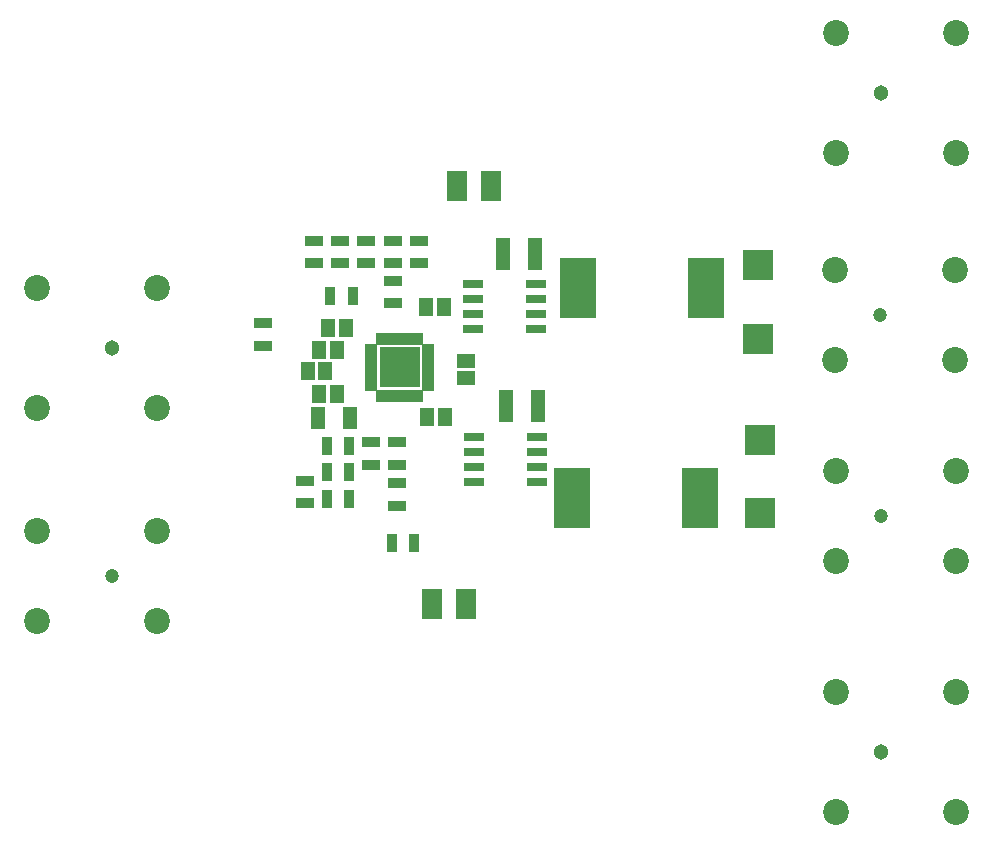
<source format=gts>
G04*
G04 #@! TF.GenerationSoftware,Altium Limited,Altium Designer,19.0.15 (446)*
G04*
G04 Layer_Color=8388736*
%FSLAX25Y25*%
%MOIN*%
G70*
G01*
G75*
%ADD27R,0.13780X0.13780*%
%ADD28R,0.02047X0.04409*%
%ADD29R,0.04409X0.02047*%
%ADD30R,0.06706X0.03162*%
%ADD31R,0.12020X0.20288*%
%ADD32R,0.10446X0.10052*%
%ADD33R,0.03556X0.05918*%
%ADD34R,0.05918X0.03556*%
%ADD35R,0.05131X0.06312*%
%ADD36R,0.05131X0.11036*%
%ADD37R,0.07099X0.10249*%
%ADD38R,0.06312X0.05131*%
%ADD39R,0.05131X0.07493*%
%ADD40C,0.08654*%
%ADD41C,0.04737*%
%ADD42C,0.05131*%
D27*
X149000Y168500D02*
D03*
D28*
X142110Y178087D02*
D03*
X144079D02*
D03*
X146047D02*
D03*
X148016D02*
D03*
X149984D02*
D03*
X151953D02*
D03*
X153921D02*
D03*
X155890D02*
D03*
Y158913D02*
D03*
X153921D02*
D03*
X151953D02*
D03*
X149984D02*
D03*
X148016D02*
D03*
X146047D02*
D03*
X144079D02*
D03*
X142110D02*
D03*
D29*
X158587Y175390D02*
D03*
Y173421D02*
D03*
Y171453D02*
D03*
Y169484D02*
D03*
Y167516D02*
D03*
Y165547D02*
D03*
Y163579D02*
D03*
Y161610D02*
D03*
X139413D02*
D03*
Y163579D02*
D03*
Y165547D02*
D03*
Y167516D02*
D03*
Y169484D02*
D03*
Y171453D02*
D03*
Y173421D02*
D03*
Y175390D02*
D03*
D30*
X194930Y145200D02*
D03*
Y140200D02*
D03*
Y135200D02*
D03*
Y130200D02*
D03*
X173670D02*
D03*
Y135200D02*
D03*
Y140200D02*
D03*
Y145200D02*
D03*
X194560Y196333D02*
D03*
Y191333D02*
D03*
Y186333D02*
D03*
Y181333D02*
D03*
X173300D02*
D03*
Y186333D02*
D03*
Y191333D02*
D03*
Y196333D02*
D03*
D31*
X249020Y125000D02*
D03*
X206500D02*
D03*
X208440Y195000D02*
D03*
X250960D02*
D03*
D32*
X269000Y144205D02*
D03*
Y119795D02*
D03*
X268500Y178091D02*
D03*
Y202500D02*
D03*
D33*
X124660Y133500D02*
D03*
X132140D02*
D03*
X133340Y192100D02*
D03*
X125860D02*
D03*
X146300Y110000D02*
D03*
X153780D02*
D03*
X132140Y142100D02*
D03*
X124660D02*
D03*
X124700Y124700D02*
D03*
X132180D02*
D03*
D34*
X148100Y129840D02*
D03*
Y122360D02*
D03*
X120400Y210640D02*
D03*
Y203160D02*
D03*
X146800Y189860D02*
D03*
Y197340D02*
D03*
X139400Y135960D02*
D03*
Y143440D02*
D03*
X148100Y135960D02*
D03*
Y143440D02*
D03*
X129160Y203160D02*
D03*
Y210640D02*
D03*
X137900Y203160D02*
D03*
Y210640D02*
D03*
X146900Y210640D02*
D03*
Y203160D02*
D03*
X155500Y210640D02*
D03*
Y203160D02*
D03*
X117400Y123260D02*
D03*
Y130740D02*
D03*
X103400Y175760D02*
D03*
Y183240D02*
D03*
D35*
X128100Y159700D02*
D03*
X122195D02*
D03*
X122147Y174100D02*
D03*
X128053D02*
D03*
X118295Y167200D02*
D03*
X124200D02*
D03*
X131000Y181500D02*
D03*
X125094D02*
D03*
X163853Y188700D02*
D03*
X157947D02*
D03*
X158095Y152000D02*
D03*
X164000D02*
D03*
D36*
X183385Y206400D02*
D03*
X194015D02*
D03*
X184400Y155700D02*
D03*
X195030D02*
D03*
D37*
X171100Y89700D02*
D03*
X159880D02*
D03*
X179400Y229000D02*
D03*
X168180D02*
D03*
D38*
X170999Y170753D02*
D03*
Y164847D02*
D03*
D39*
X121823Y151500D02*
D03*
X132453D02*
D03*
D40*
X294039Y201000D02*
D03*
Y171000D02*
D03*
X334039D02*
D03*
Y201000D02*
D03*
X294500Y134000D02*
D03*
Y104000D02*
D03*
X334500D02*
D03*
Y134000D02*
D03*
X294539Y280000D02*
D03*
Y240000D02*
D03*
X334539D02*
D03*
Y280000D02*
D03*
X294400Y60300D02*
D03*
Y20300D02*
D03*
X334400D02*
D03*
Y60300D02*
D03*
X68000Y84000D02*
D03*
Y114000D02*
D03*
X28000D02*
D03*
Y84000D02*
D03*
X68000Y155000D02*
D03*
Y195000D02*
D03*
X28000D02*
D03*
Y155000D02*
D03*
D41*
X309000Y186000D02*
D03*
X309461Y119000D02*
D03*
X53039Y99000D02*
D03*
D42*
X309500Y260000D02*
D03*
X309361Y40300D02*
D03*
X53039Y175000D02*
D03*
M02*

</source>
